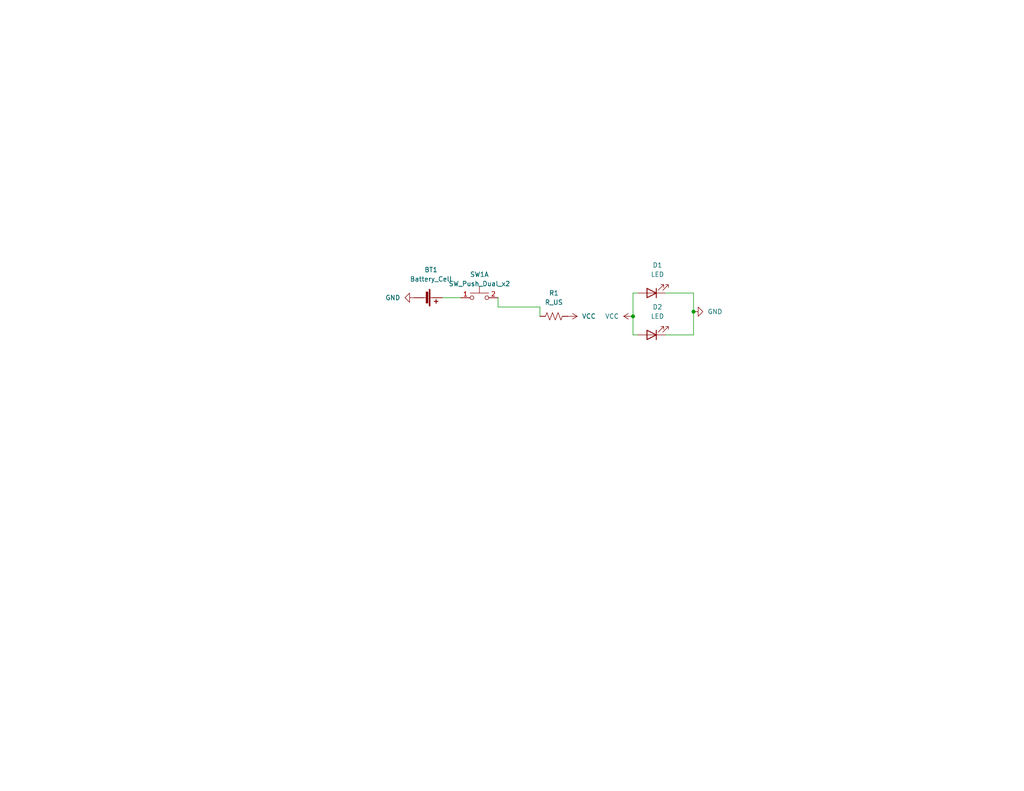
<source format=kicad_sch>
(kicad_sch (version 20230121) (generator eeschema)

  (uuid 4d6e8354-b195-435b-93fe-2795a3a19bbd)

  (paper "USLetter")

  (title_block
    (title "Toor Camp - Learn to Solder Torch")
    (date "2022-06-28")
    (rev "1.0")
    (company "Badge Pirates")
  )

  (lib_symbols
    (symbol "Device:Battery_Cell" (pin_numbers hide) (pin_names (offset 0) hide) (in_bom yes) (on_board yes)
      (property "Reference" "BT" (at 2.54 2.54 0)
        (effects (font (size 1.27 1.27)) (justify left))
      )
      (property "Value" "Battery_Cell" (at 2.54 0 0)
        (effects (font (size 1.27 1.27)) (justify left))
      )
      (property "Footprint" "" (at 0 1.524 90)
        (effects (font (size 1.27 1.27)) hide)
      )
      (property "Datasheet" "~" (at 0 1.524 90)
        (effects (font (size 1.27 1.27)) hide)
      )
      (property "ki_keywords" "battery cell" (at 0 0 0)
        (effects (font (size 1.27 1.27)) hide)
      )
      (property "ki_description" "Single-cell battery" (at 0 0 0)
        (effects (font (size 1.27 1.27)) hide)
      )
      (symbol "Battery_Cell_0_1"
        (rectangle (start -2.286 1.778) (end 2.286 1.524)
          (stroke (width 0) (type default))
          (fill (type outline))
        )
        (rectangle (start -1.5748 1.1938) (end 1.4732 0.6858)
          (stroke (width 0) (type default))
          (fill (type outline))
        )
        (polyline
          (pts
            (xy 0 0.762)
            (xy 0 0)
          )
          (stroke (width 0) (type default))
          (fill (type none))
        )
        (polyline
          (pts
            (xy 0 1.778)
            (xy 0 2.54)
          )
          (stroke (width 0) (type default))
          (fill (type none))
        )
        (polyline
          (pts
            (xy 0.508 3.429)
            (xy 1.524 3.429)
          )
          (stroke (width 0.254) (type default))
          (fill (type none))
        )
        (polyline
          (pts
            (xy 1.016 3.937)
            (xy 1.016 2.921)
          )
          (stroke (width 0.254) (type default))
          (fill (type none))
        )
      )
      (symbol "Battery_Cell_1_1"
        (pin passive line (at 0 5.08 270) (length 2.54)
          (name "+" (effects (font (size 1.27 1.27))))
          (number "1" (effects (font (size 1.27 1.27))))
        )
        (pin passive line (at 0 -2.54 90) (length 2.54)
          (name "-" (effects (font (size 1.27 1.27))))
          (number "2" (effects (font (size 1.27 1.27))))
        )
      )
    )
    (symbol "Device:LED" (pin_numbers hide) (pin_names (offset 1.016) hide) (in_bom yes) (on_board yes)
      (property "Reference" "D" (at 0 2.54 0)
        (effects (font (size 1.27 1.27)))
      )
      (property "Value" "LED" (at 0 -2.54 0)
        (effects (font (size 1.27 1.27)))
      )
      (property "Footprint" "" (at 0 0 0)
        (effects (font (size 1.27 1.27)) hide)
      )
      (property "Datasheet" "~" (at 0 0 0)
        (effects (font (size 1.27 1.27)) hide)
      )
      (property "ki_keywords" "LED diode" (at 0 0 0)
        (effects (font (size 1.27 1.27)) hide)
      )
      (property "ki_description" "Light emitting diode" (at 0 0 0)
        (effects (font (size 1.27 1.27)) hide)
      )
      (property "ki_fp_filters" "LED* LED_SMD:* LED_THT:*" (at 0 0 0)
        (effects (font (size 1.27 1.27)) hide)
      )
      (symbol "LED_0_1"
        (polyline
          (pts
            (xy -1.27 -1.27)
            (xy -1.27 1.27)
          )
          (stroke (width 0.254) (type default))
          (fill (type none))
        )
        (polyline
          (pts
            (xy -1.27 0)
            (xy 1.27 0)
          )
          (stroke (width 0) (type default))
          (fill (type none))
        )
        (polyline
          (pts
            (xy 1.27 -1.27)
            (xy 1.27 1.27)
            (xy -1.27 0)
            (xy 1.27 -1.27)
          )
          (stroke (width 0.254) (type default))
          (fill (type none))
        )
        (polyline
          (pts
            (xy -3.048 -0.762)
            (xy -4.572 -2.286)
            (xy -3.81 -2.286)
            (xy -4.572 -2.286)
            (xy -4.572 -1.524)
          )
          (stroke (width 0) (type default))
          (fill (type none))
        )
        (polyline
          (pts
            (xy -1.778 -0.762)
            (xy -3.302 -2.286)
            (xy -2.54 -2.286)
            (xy -3.302 -2.286)
            (xy -3.302 -1.524)
          )
          (stroke (width 0) (type default))
          (fill (type none))
        )
      )
      (symbol "LED_1_1"
        (pin passive line (at -3.81 0 0) (length 2.54)
          (name "K" (effects (font (size 1.27 1.27))))
          (number "1" (effects (font (size 1.27 1.27))))
        )
        (pin passive line (at 3.81 0 180) (length 2.54)
          (name "A" (effects (font (size 1.27 1.27))))
          (number "2" (effects (font (size 1.27 1.27))))
        )
      )
    )
    (symbol "Device:R_US" (pin_numbers hide) (pin_names (offset 0)) (in_bom yes) (on_board yes)
      (property "Reference" "R" (at 2.54 0 90)
        (effects (font (size 1.27 1.27)))
      )
      (property "Value" "R_US" (at -2.54 0 90)
        (effects (font (size 1.27 1.27)))
      )
      (property "Footprint" "" (at 1.016 -0.254 90)
        (effects (font (size 1.27 1.27)) hide)
      )
      (property "Datasheet" "~" (at 0 0 0)
        (effects (font (size 1.27 1.27)) hide)
      )
      (property "ki_keywords" "R res resistor" (at 0 0 0)
        (effects (font (size 1.27 1.27)) hide)
      )
      (property "ki_description" "Resistor, US symbol" (at 0 0 0)
        (effects (font (size 1.27 1.27)) hide)
      )
      (property "ki_fp_filters" "R_*" (at 0 0 0)
        (effects (font (size 1.27 1.27)) hide)
      )
      (symbol "R_US_0_1"
        (polyline
          (pts
            (xy 0 -2.286)
            (xy 0 -2.54)
          )
          (stroke (width 0) (type default))
          (fill (type none))
        )
        (polyline
          (pts
            (xy 0 2.286)
            (xy 0 2.54)
          )
          (stroke (width 0) (type default))
          (fill (type none))
        )
        (polyline
          (pts
            (xy 0 -0.762)
            (xy 1.016 -1.143)
            (xy 0 -1.524)
            (xy -1.016 -1.905)
            (xy 0 -2.286)
          )
          (stroke (width 0) (type default))
          (fill (type none))
        )
        (polyline
          (pts
            (xy 0 0.762)
            (xy 1.016 0.381)
            (xy 0 0)
            (xy -1.016 -0.381)
            (xy 0 -0.762)
          )
          (stroke (width 0) (type default))
          (fill (type none))
        )
        (polyline
          (pts
            (xy 0 2.286)
            (xy 1.016 1.905)
            (xy 0 1.524)
            (xy -1.016 1.143)
            (xy 0 0.762)
          )
          (stroke (width 0) (type default))
          (fill (type none))
        )
      )
      (symbol "R_US_1_1"
        (pin passive line (at 0 3.81 270) (length 1.27)
          (name "~" (effects (font (size 1.27 1.27))))
          (number "1" (effects (font (size 1.27 1.27))))
        )
        (pin passive line (at 0 -3.81 90) (length 1.27)
          (name "~" (effects (font (size 1.27 1.27))))
          (number "2" (effects (font (size 1.27 1.27))))
        )
      )
    )
    (symbol "Switch:SW_Push_Dual_x2" (pin_names (offset 1.016) hide) (in_bom yes) (on_board yes)
      (property "Reference" "SW" (at 1.27 2.54 0)
        (effects (font (size 1.27 1.27)) (justify left))
      )
      (property "Value" "SW_Push_Dual_x2" (at 0 -1.524 0)
        (effects (font (size 1.27 1.27)))
      )
      (property "Footprint" "" (at 0 5.08 0)
        (effects (font (size 1.27 1.27)) hide)
      )
      (property "Datasheet" "~" (at 0 5.08 0)
        (effects (font (size 1.27 1.27)) hide)
      )
      (property "ki_keywords" "switch normally-open pushbutton push-button" (at 0 0 0)
        (effects (font (size 1.27 1.27)) hide)
      )
      (property "ki_description" "Push button switch, generic, separate symbols, four pins" (at 0 0 0)
        (effects (font (size 1.27 1.27)) hide)
      )
      (symbol "SW_Push_Dual_x2_0_1"
        (circle (center -2.032 0) (radius 0.508)
          (stroke (width 0) (type default))
          (fill (type none))
        )
        (polyline
          (pts
            (xy 0 1.27)
            (xy 0 3.048)
          )
          (stroke (width 0) (type default))
          (fill (type none))
        )
        (polyline
          (pts
            (xy 2.54 1.27)
            (xy -2.54 1.27)
          )
          (stroke (width 0) (type default))
          (fill (type none))
        )
        (circle (center 2.032 0) (radius 0.508)
          (stroke (width 0) (type default))
          (fill (type none))
        )
      )
      (symbol "SW_Push_Dual_x2_1_1"
        (pin passive line (at -5.08 0 0) (length 2.54)
          (name "C" (effects (font (size 1.27 1.27))))
          (number "1" (effects (font (size 1.27 1.27))))
        )
        (pin passive line (at 5.08 0 180) (length 2.54)
          (name "D" (effects (font (size 1.27 1.27))))
          (number "2" (effects (font (size 1.27 1.27))))
        )
      )
      (symbol "SW_Push_Dual_x2_2_1"
        (pin passive line (at -5.08 0 0) (length 2.54)
          (name "C" (effects (font (size 1.27 1.27))))
          (number "3" (effects (font (size 1.27 1.27))))
        )
        (pin passive line (at 5.08 0 180) (length 2.54)
          (name "D" (effects (font (size 1.27 1.27))))
          (number "4" (effects (font (size 1.27 1.27))))
        )
      )
    )
    (symbol "power:GND" (power) (pin_names (offset 0)) (in_bom yes) (on_board yes)
      (property "Reference" "#PWR" (at 0 -6.35 0)
        (effects (font (size 1.27 1.27)) hide)
      )
      (property "Value" "GND" (at 0 -3.81 0)
        (effects (font (size 1.27 1.27)))
      )
      (property "Footprint" "" (at 0 0 0)
        (effects (font (size 1.27 1.27)) hide)
      )
      (property "Datasheet" "" (at 0 0 0)
        (effects (font (size 1.27 1.27)) hide)
      )
      (property "ki_keywords" "power-flag" (at 0 0 0)
        (effects (font (size 1.27 1.27)) hide)
      )
      (property "ki_description" "Power symbol creates a global label with name \"GND\" , ground" (at 0 0 0)
        (effects (font (size 1.27 1.27)) hide)
      )
      (symbol "GND_0_1"
        (polyline
          (pts
            (xy 0 0)
            (xy 0 -1.27)
            (xy 1.27 -1.27)
            (xy 0 -2.54)
            (xy -1.27 -1.27)
            (xy 0 -1.27)
          )
          (stroke (width 0) (type default))
          (fill (type none))
        )
      )
      (symbol "GND_1_1"
        (pin power_in line (at 0 0 270) (length 0) hide
          (name "GND" (effects (font (size 1.27 1.27))))
          (number "1" (effects (font (size 1.27 1.27))))
        )
      )
    )
    (symbol "power:VCC" (power) (pin_names (offset 0)) (in_bom yes) (on_board yes)
      (property "Reference" "#PWR" (at 0 -3.81 0)
        (effects (font (size 1.27 1.27)) hide)
      )
      (property "Value" "VCC" (at 0 3.81 0)
        (effects (font (size 1.27 1.27)))
      )
      (property "Footprint" "" (at 0 0 0)
        (effects (font (size 1.27 1.27)) hide)
      )
      (property "Datasheet" "" (at 0 0 0)
        (effects (font (size 1.27 1.27)) hide)
      )
      (property "ki_keywords" "power-flag" (at 0 0 0)
        (effects (font (size 1.27 1.27)) hide)
      )
      (property "ki_description" "Power symbol creates a global label with name \"VCC\"" (at 0 0 0)
        (effects (font (size 1.27 1.27)) hide)
      )
      (symbol "VCC_0_1"
        (polyline
          (pts
            (xy -0.762 1.27)
            (xy 0 2.54)
          )
          (stroke (width 0) (type default))
          (fill (type none))
        )
        (polyline
          (pts
            (xy 0 0)
            (xy 0 2.54)
          )
          (stroke (width 0) (type default))
          (fill (type none))
        )
        (polyline
          (pts
            (xy 0 2.54)
            (xy 0.762 1.27)
          )
          (stroke (width 0) (type default))
          (fill (type none))
        )
      )
      (symbol "VCC_1_1"
        (pin power_in line (at 0 0 90) (length 0) hide
          (name "VCC" (effects (font (size 1.27 1.27))))
          (number "1" (effects (font (size 1.27 1.27))))
        )
      )
    )
  )

  (junction (at 189.23 85.09) (diameter 0) (color 0 0 0 0)
    (uuid 19194afe-2373-4b25-97d7-a98b550d9dce)
  )
  (junction (at 172.72 86.36) (diameter 0) (color 0 0 0 0)
    (uuid 556d57c5-25d3-41b3-a189-7e47679c7b26)
  )

  (wire (pts (xy 189.23 80.01) (xy 189.23 85.09))
    (stroke (width 0) (type default))
    (uuid 24e7313a-7a75-455e-be7f-5b40741242e1)
  )
  (wire (pts (xy 172.72 86.36) (xy 172.72 91.44))
    (stroke (width 0) (type default))
    (uuid 372f2824-fbe6-4226-adf8-01da6fea7a2f)
  )
  (wire (pts (xy 135.89 83.82) (xy 147.32 83.82))
    (stroke (width 0) (type default))
    (uuid 9e649cf9-c097-46a6-8d77-0e992601a79f)
  )
  (wire (pts (xy 181.61 91.44) (xy 189.23 91.44))
    (stroke (width 0) (type default))
    (uuid a8bb7086-9971-468c-bfc2-c5578d3cf0c3)
  )
  (wire (pts (xy 189.23 91.44) (xy 189.23 85.09))
    (stroke (width 0) (type default))
    (uuid ac53d7f2-62c4-4585-b970-a5d4b5345e70)
  )
  (wire (pts (xy 181.61 80.01) (xy 189.23 80.01))
    (stroke (width 0) (type default))
    (uuid b4f92259-7b9d-4097-810f-6fddd23eed22)
  )
  (wire (pts (xy 120.65 81.28) (xy 125.73 81.28))
    (stroke (width 0) (type default))
    (uuid bada0f88-ecb1-46c8-9d5d-3c3452e29c0c)
  )
  (wire (pts (xy 172.72 86.36) (xy 172.72 80.01))
    (stroke (width 0) (type default))
    (uuid c1a8c855-4363-4b62-9309-41a2ae163bee)
  )
  (wire (pts (xy 135.89 81.28) (xy 135.89 83.82))
    (stroke (width 0) (type default))
    (uuid d223a8ba-3298-41ea-aff8-2bc6f149f92e)
  )
  (wire (pts (xy 172.72 91.44) (xy 173.99 91.44))
    (stroke (width 0) (type default))
    (uuid ea0cb58e-fc59-4e6e-bedf-f63fdcb72d2a)
  )
  (wire (pts (xy 147.32 83.82) (xy 147.32 86.36))
    (stroke (width 0) (type default))
    (uuid f6e1d575-bc6f-4dec-ad59-58766d285b9c)
  )
  (wire (pts (xy 172.72 80.01) (xy 173.99 80.01))
    (stroke (width 0) (type default))
    (uuid fdcf56f2-5af9-4227-a67a-1bf857390444)
  )

  (symbol (lib_id "Device:R_US") (at 151.13 86.36 90) (unit 1)
    (in_bom yes) (on_board yes) (dnp no) (fields_autoplaced)
    (uuid 3cf880b3-5c9a-41b3-9cf9-9a6d06aa346b)
    (property "Reference" "R1" (at 151.13 80.01 90)
      (effects (font (size 1.27 1.27)))
    )
    (property "Value" "R_US" (at 151.13 82.55 90)
      (effects (font (size 1.27 1.27)))
    )
    (property "Footprint" "Resistor_THT:R_Axial_DIN0204_L3.6mm_D1.6mm_P5.08mm_Horizontal" (at 151.384 85.344 90)
      (effects (font (size 1.27 1.27)) hide)
    )
    (property "Datasheet" "~" (at 151.13 86.36 0)
      (effects (font (size 1.27 1.27)) hide)
    )
    (pin "1" (uuid aab264e5-ab6e-4246-ac4a-9172d21a1b36))
    (pin "2" (uuid cfa898a1-c3c9-4acc-a284-e882bcd3ad43))
    (instances
      (project "torch-lts"
        (path "/4d6e8354-b195-435b-93fe-2795a3a19bbd"
          (reference "R1") (unit 1)
        )
      )
    )
  )

  (symbol (lib_id "Device:LED") (at 177.8 80.01 180) (unit 1)
    (in_bom yes) (on_board yes) (dnp no) (fields_autoplaced)
    (uuid 431a886f-0366-450e-9433-efecde94f72b)
    (property "Reference" "D1" (at 179.3875 72.39 0)
      (effects (font (size 1.27 1.27)))
    )
    (property "Value" "LED" (at 179.3875 74.93 0)
      (effects (font (size 1.27 1.27)))
    )
    (property "Footprint" "LED_THT:LED_D3.0mm" (at 177.8 80.01 0)
      (effects (font (size 1.27 1.27)) hide)
    )
    (property "Datasheet" "~" (at 177.8 80.01 0)
      (effects (font (size 1.27 1.27)) hide)
    )
    (pin "1" (uuid 4205b5cb-3da6-4d7d-82b0-16841cdee7c7))
    (pin "2" (uuid 573b6166-477e-41d5-845b-278e224dda5a))
    (instances
      (project "torch-lts"
        (path "/4d6e8354-b195-435b-93fe-2795a3a19bbd"
          (reference "D1") (unit 1)
        )
      )
    )
  )

  (symbol (lib_id "power:VCC") (at 154.94 86.36 270) (unit 1)
    (in_bom yes) (on_board yes) (dnp no) (fields_autoplaced)
    (uuid 90b023a5-fa89-4a2b-81ae-e4259b89f49b)
    (property "Reference" "#PWR0105" (at 151.13 86.36 0)
      (effects (font (size 1.27 1.27)) hide)
    )
    (property "Value" "VCC" (at 158.75 86.3599 90)
      (effects (font (size 1.27 1.27)) (justify left))
    )
    (property "Footprint" "" (at 154.94 86.36 0)
      (effects (font (size 1.27 1.27)) hide)
    )
    (property "Datasheet" "" (at 154.94 86.36 0)
      (effects (font (size 1.27 1.27)) hide)
    )
    (pin "1" (uuid 5f0a5fb8-1986-4008-91a0-fca457b02b04))
    (instances
      (project "torch-lts"
        (path "/4d6e8354-b195-435b-93fe-2795a3a19bbd"
          (reference "#PWR0105") (unit 1)
        )
      )
    )
  )

  (symbol (lib_id "power:GND") (at 189.23 85.09 90) (unit 1)
    (in_bom yes) (on_board yes) (dnp no) (fields_autoplaced)
    (uuid 9564def4-14ff-42cb-8ad7-7ae3beaae468)
    (property "Reference" "#PWR0101" (at 195.58 85.09 0)
      (effects (font (size 1.27 1.27)) hide)
    )
    (property "Value" "GND" (at 193.04 85.0899 90)
      (effects (font (size 1.27 1.27)) (justify right))
    )
    (property "Footprint" "" (at 189.23 85.09 0)
      (effects (font (size 1.27 1.27)) hide)
    )
    (property "Datasheet" "" (at 189.23 85.09 0)
      (effects (font (size 1.27 1.27)) hide)
    )
    (pin "1" (uuid 595c4746-b38a-4f47-8ccb-6d0dc3913f50))
    (instances
      (project "torch-lts"
        (path "/4d6e8354-b195-435b-93fe-2795a3a19bbd"
          (reference "#PWR0101") (unit 1)
        )
      )
    )
  )

  (symbol (lib_id "power:GND") (at 113.03 81.28 270) (unit 1)
    (in_bom yes) (on_board yes) (dnp no) (fields_autoplaced)
    (uuid a1f6203c-ce0d-47bc-b23f-570bf6c2bd98)
    (property "Reference" "#PWR0106" (at 106.68 81.28 0)
      (effects (font (size 1.27 1.27)) hide)
    )
    (property "Value" "GND" (at 109.22 81.2799 90)
      (effects (font (size 1.27 1.27)) (justify right))
    )
    (property "Footprint" "" (at 113.03 81.28 0)
      (effects (font (size 1.27 1.27)) hide)
    )
    (property "Datasheet" "" (at 113.03 81.28 0)
      (effects (font (size 1.27 1.27)) hide)
    )
    (pin "1" (uuid 16bfe5d3-af72-428d-b3bc-4a110b58bcf2))
    (instances
      (project "torch-lts"
        (path "/4d6e8354-b195-435b-93fe-2795a3a19bbd"
          (reference "#PWR0106") (unit 1)
        )
      )
    )
  )

  (symbol (lib_id "power:VCC") (at 172.72 86.36 90) (unit 1)
    (in_bom yes) (on_board yes) (dnp no) (fields_autoplaced)
    (uuid b2116575-d055-4b1d-9a8a-9941fbfa0af6)
    (property "Reference" "#PWR0103" (at 176.53 86.36 0)
      (effects (font (size 1.27 1.27)) hide)
    )
    (property "Value" "VCC" (at 168.91 86.3599 90)
      (effects (font (size 1.27 1.27)) (justify left))
    )
    (property "Footprint" "" (at 172.72 86.36 0)
      (effects (font (size 1.27 1.27)) hide)
    )
    (property "Datasheet" "" (at 172.72 86.36 0)
      (effects (font (size 1.27 1.27)) hide)
    )
    (pin "1" (uuid de18151a-ba8e-444a-97bb-a01e6f7f014f))
    (instances
      (project "torch-lts"
        (path "/4d6e8354-b195-435b-93fe-2795a3a19bbd"
          (reference "#PWR0103") (unit 1)
        )
      )
    )
  )

  (symbol (lib_id "Device:LED") (at 177.8 91.44 180) (unit 1)
    (in_bom yes) (on_board yes) (dnp no) (fields_autoplaced)
    (uuid d7091432-8a63-4678-ac50-70b2db4b49da)
    (property "Reference" "D2" (at 179.3875 83.82 0)
      (effects (font (size 1.27 1.27)))
    )
    (property "Value" "LED" (at 179.3875 86.36 0)
      (effects (font (size 1.27 1.27)))
    )
    (property "Footprint" "LED_THT:LED_D3.0mm" (at 177.8 91.44 0)
      (effects (font (size 1.27 1.27)) hide)
    )
    (property "Datasheet" "~" (at 177.8 91.44 0)
      (effects (font (size 1.27 1.27)) hide)
    )
    (pin "1" (uuid e9f41a26-897d-409f-97b7-7152b8b9003d))
    (pin "2" (uuid a908702f-e010-44a1-8428-70715965398a))
    (instances
      (project "torch-lts"
        (path "/4d6e8354-b195-435b-93fe-2795a3a19bbd"
          (reference "D2") (unit 1)
        )
      )
    )
  )

  (symbol (lib_id "Switch:SW_Push_Dual_x2") (at 130.81 81.28 0) (unit 1)
    (in_bom yes) (on_board yes) (dnp no) (fields_autoplaced)
    (uuid ee0debab-e834-4c0b-905d-e6ebc64f7a20)
    (property "Reference" "SW1" (at 130.81 74.93 0)
      (effects (font (size 1.27 1.27)))
    )
    (property "Value" "SW_Push_Dual_x2" (at 130.81 77.47 0)
      (effects (font (size 1.27 1.27)))
    )
    (property "Footprint" "BadgePirates:SW_PUSH_6mm_H5mm" (at 130.81 76.2 0)
      (effects (font (size 1.27 1.27)) hide)
    )
    (property "Datasheet" "~" (at 130.81 76.2 0)
      (effects (font (size 1.27 1.27)) hide)
    )
    (pin "1" (uuid e4e554c7-f887-48c4-969a-c2a018e73a13))
    (pin "2" (uuid ebfc10fa-d1f5-4e37-9b0e-c7366c7adf69))
    (pin "3" (uuid d4024544-d806-4b69-bd41-e5976f63285c))
    (pin "4" (uuid 3342a74f-278d-4464-a794-e0a7bd5ecdb7))
    (instances
      (project "torch-lts"
        (path "/4d6e8354-b195-435b-93fe-2795a3a19bbd"
          (reference "SW1") (unit 1)
        )
      )
    )
  )

  (symbol (lib_id "Device:Battery_Cell") (at 115.57 81.28 270) (unit 1)
    (in_bom yes) (on_board yes) (dnp no) (fields_autoplaced)
    (uuid f8168c6f-3273-4b32-b7e0-a279139eda27)
    (property "Reference" "BT1" (at 117.602 73.66 90)
      (effects (font (size 1.27 1.27)))
    )
    (property "Value" "Battery_Cell" (at 117.602 76.2 90)
      (effects (font (size 1.27 1.27)))
    )
    (property "Footprint" "BadgePirates:2032 Through Hold Holder" (at 117.094 81.28 90)
      (effects (font (size 1.27 1.27)) hide)
    )
    (property "Datasheet" "~" (at 117.094 81.28 90)
      (effects (font (size 1.27 1.27)) hide)
    )
    (pin "1" (uuid e3760479-0a57-413a-a85d-581fad0f8c75))
    (pin "2" (uuid 13ab0e34-f487-46e3-a972-007949a41aa5))
    (instances
      (project "torch-lts"
        (path "/4d6e8354-b195-435b-93fe-2795a3a19bbd"
          (reference "BT1") (unit 1)
        )
      )
    )
  )

  (sheet_instances
    (path "/" (page "1"))
  )
)

</source>
